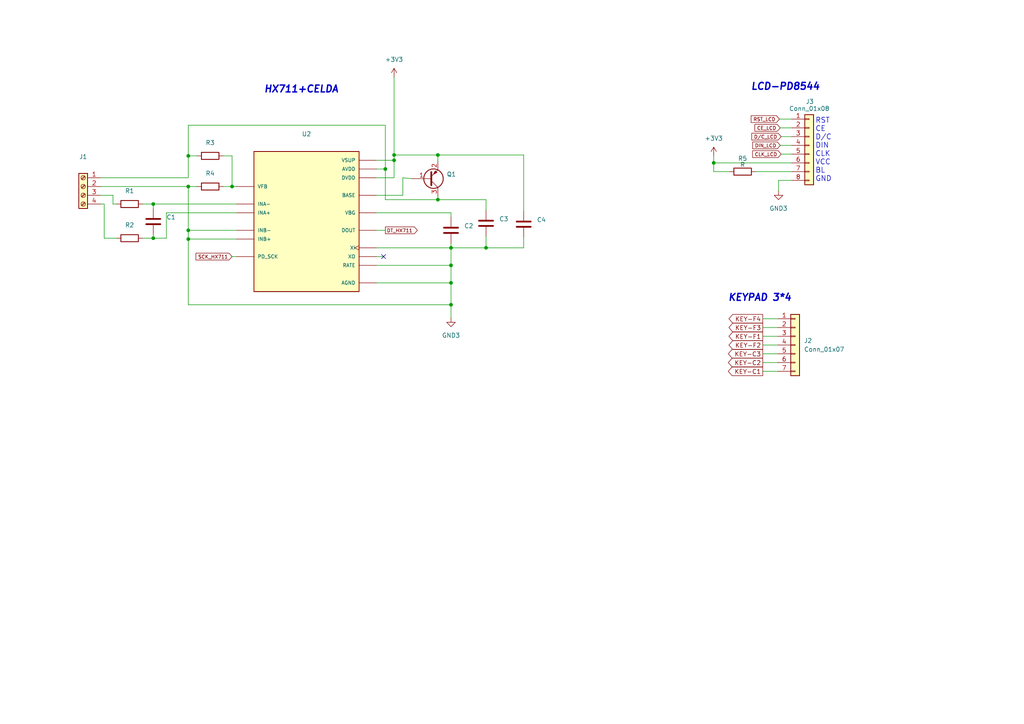
<source format=kicad_sch>
(kicad_sch (version 20211123) (generator eeschema)

  (uuid 6544a0bd-ffbd-452e-864d-571e9d25db30)

  (paper "A4")

  (title_block
    (title "Masterchefsito")
    (rev "v1")
    (company "Universidad Nacional de Colombia")
    (comment 1 "Camilo Rodriguez")
    (comment 2 "David Jimenez")
  )

  (lib_symbols
    (symbol "Connector:Screw_Terminal_01x04" (pin_names (offset 1.016) hide) (in_bom yes) (on_board yes)
      (property "Reference" "J" (id 0) (at 0 5.08 0)
        (effects (font (size 1.27 1.27)))
      )
      (property "Value" "Screw_Terminal_01x04" (id 1) (at 0 -7.62 0)
        (effects (font (size 1.27 1.27)))
      )
      (property "Footprint" "" (id 2) (at 0 0 0)
        (effects (font (size 1.27 1.27)) hide)
      )
      (property "Datasheet" "~" (id 3) (at 0 0 0)
        (effects (font (size 1.27 1.27)) hide)
      )
      (property "ki_keywords" "screw terminal" (id 4) (at 0 0 0)
        (effects (font (size 1.27 1.27)) hide)
      )
      (property "ki_description" "Generic screw terminal, single row, 01x04, script generated (kicad-library-utils/schlib/autogen/connector/)" (id 5) (at 0 0 0)
        (effects (font (size 1.27 1.27)) hide)
      )
      (property "ki_fp_filters" "TerminalBlock*:*" (id 6) (at 0 0 0)
        (effects (font (size 1.27 1.27)) hide)
      )
      (symbol "Screw_Terminal_01x04_1_1"
        (rectangle (start -1.27 3.81) (end 1.27 -6.35)
          (stroke (width 0.254) (type default) (color 0 0 0 0))
          (fill (type background))
        )
        (circle (center 0 -5.08) (radius 0.635)
          (stroke (width 0.1524) (type default) (color 0 0 0 0))
          (fill (type none))
        )
        (circle (center 0 -2.54) (radius 0.635)
          (stroke (width 0.1524) (type default) (color 0 0 0 0))
          (fill (type none))
        )
        (polyline
          (pts
            (xy -0.5334 -4.7498)
            (xy 0.3302 -5.588)
          )
          (stroke (width 0.1524) (type default) (color 0 0 0 0))
          (fill (type none))
        )
        (polyline
          (pts
            (xy -0.5334 -2.2098)
            (xy 0.3302 -3.048)
          )
          (stroke (width 0.1524) (type default) (color 0 0 0 0))
          (fill (type none))
        )
        (polyline
          (pts
            (xy -0.5334 0.3302)
            (xy 0.3302 -0.508)
          )
          (stroke (width 0.1524) (type default) (color 0 0 0 0))
          (fill (type none))
        )
        (polyline
          (pts
            (xy -0.5334 2.8702)
            (xy 0.3302 2.032)
          )
          (stroke (width 0.1524) (type default) (color 0 0 0 0))
          (fill (type none))
        )
        (polyline
          (pts
            (xy -0.3556 -4.572)
            (xy 0.508 -5.4102)
          )
          (stroke (width 0.1524) (type default) (color 0 0 0 0))
          (fill (type none))
        )
        (polyline
          (pts
            (xy -0.3556 -2.032)
            (xy 0.508 -2.8702)
          )
          (stroke (width 0.1524) (type default) (color 0 0 0 0))
          (fill (type none))
        )
        (polyline
          (pts
            (xy -0.3556 0.508)
            (xy 0.508 -0.3302)
          )
          (stroke (width 0.1524) (type default) (color 0 0 0 0))
          (fill (type none))
        )
        (polyline
          (pts
            (xy -0.3556 3.048)
            (xy 0.508 2.2098)
          )
          (stroke (width 0.1524) (type default) (color 0 0 0 0))
          (fill (type none))
        )
        (circle (center 0 0) (radius 0.635)
          (stroke (width 0.1524) (type default) (color 0 0 0 0))
          (fill (type none))
        )
        (circle (center 0 2.54) (radius 0.635)
          (stroke (width 0.1524) (type default) (color 0 0 0 0))
          (fill (type none))
        )
        (pin passive line (at -5.08 2.54 0) (length 3.81)
          (name "Pin_1" (effects (font (size 1.27 1.27))))
          (number "1" (effects (font (size 1.27 1.27))))
        )
        (pin passive line (at -5.08 0 0) (length 3.81)
          (name "Pin_2" (effects (font (size 1.27 1.27))))
          (number "2" (effects (font (size 1.27 1.27))))
        )
        (pin passive line (at -5.08 -2.54 0) (length 3.81)
          (name "Pin_3" (effects (font (size 1.27 1.27))))
          (number "3" (effects (font (size 1.27 1.27))))
        )
        (pin passive line (at -5.08 -5.08 0) (length 3.81)
          (name "Pin_4" (effects (font (size 1.27 1.27))))
          (number "4" (effects (font (size 1.27 1.27))))
        )
      )
    )
    (symbol "Connector_Generic:Conn_01x07" (pin_names (offset 1.016) hide) (in_bom yes) (on_board yes)
      (property "Reference" "J" (id 0) (at 0 10.16 0)
        (effects (font (size 1.27 1.27)))
      )
      (property "Value" "Conn_01x07" (id 1) (at 0 -10.16 0)
        (effects (font (size 1.27 1.27)))
      )
      (property "Footprint" "" (id 2) (at 0 0 0)
        (effects (font (size 1.27 1.27)) hide)
      )
      (property "Datasheet" "~" (id 3) (at 0 0 0)
        (effects (font (size 1.27 1.27)) hide)
      )
      (property "ki_keywords" "connector" (id 4) (at 0 0 0)
        (effects (font (size 1.27 1.27)) hide)
      )
      (property "ki_description" "Generic connector, single row, 01x07, script generated (kicad-library-utils/schlib/autogen/connector/)" (id 5) (at 0 0 0)
        (effects (font (size 1.27 1.27)) hide)
      )
      (property "ki_fp_filters" "Connector*:*_1x??_*" (id 6) (at 0 0 0)
        (effects (font (size 1.27 1.27)) hide)
      )
      (symbol "Conn_01x07_1_1"
        (rectangle (start -1.27 -7.493) (end 0 -7.747)
          (stroke (width 0.1524) (type default) (color 0 0 0 0))
          (fill (type none))
        )
        (rectangle (start -1.27 -4.953) (end 0 -5.207)
          (stroke (width 0.1524) (type default) (color 0 0 0 0))
          (fill (type none))
        )
        (rectangle (start -1.27 -2.413) (end 0 -2.667)
          (stroke (width 0.1524) (type default) (color 0 0 0 0))
          (fill (type none))
        )
        (rectangle (start -1.27 0.127) (end 0 -0.127)
          (stroke (width 0.1524) (type default) (color 0 0 0 0))
          (fill (type none))
        )
        (rectangle (start -1.27 2.667) (end 0 2.413)
          (stroke (width 0.1524) (type default) (color 0 0 0 0))
          (fill (type none))
        )
        (rectangle (start -1.27 5.207) (end 0 4.953)
          (stroke (width 0.1524) (type default) (color 0 0 0 0))
          (fill (type none))
        )
        (rectangle (start -1.27 7.747) (end 0 7.493)
          (stroke (width 0.1524) (type default) (color 0 0 0 0))
          (fill (type none))
        )
        (rectangle (start -1.27 8.89) (end 1.27 -8.89)
          (stroke (width 0.254) (type default) (color 0 0 0 0))
          (fill (type background))
        )
        (pin passive line (at -5.08 7.62 0) (length 3.81)
          (name "Pin_1" (effects (font (size 1.27 1.27))))
          (number "1" (effects (font (size 1.27 1.27))))
        )
        (pin passive line (at -5.08 5.08 0) (length 3.81)
          (name "Pin_2" (effects (font (size 1.27 1.27))))
          (number "2" (effects (font (size 1.27 1.27))))
        )
        (pin passive line (at -5.08 2.54 0) (length 3.81)
          (name "Pin_3" (effects (font (size 1.27 1.27))))
          (number "3" (effects (font (size 1.27 1.27))))
        )
        (pin passive line (at -5.08 0 0) (length 3.81)
          (name "Pin_4" (effects (font (size 1.27 1.27))))
          (number "4" (effects (font (size 1.27 1.27))))
        )
        (pin passive line (at -5.08 -2.54 0) (length 3.81)
          (name "Pin_5" (effects (font (size 1.27 1.27))))
          (number "5" (effects (font (size 1.27 1.27))))
        )
        (pin passive line (at -5.08 -5.08 0) (length 3.81)
          (name "Pin_6" (effects (font (size 1.27 1.27))))
          (number "6" (effects (font (size 1.27 1.27))))
        )
        (pin passive line (at -5.08 -7.62 0) (length 3.81)
          (name "Pin_7" (effects (font (size 1.27 1.27))))
          (number "7" (effects (font (size 1.27 1.27))))
        )
      )
    )
    (symbol "Connector_Generic:Conn_01x08" (pin_names (offset 1.016) hide) (in_bom yes) (on_board yes)
      (property "Reference" "J" (id 0) (at 0 10.16 0)
        (effects (font (size 1.27 1.27)))
      )
      (property "Value" "Conn_01x08" (id 1) (at 0 -12.7 0)
        (effects (font (size 1.27 1.27)))
      )
      (property "Footprint" "" (id 2) (at 0 0 0)
        (effects (font (size 1.27 1.27)) hide)
      )
      (property "Datasheet" "~" (id 3) (at 0 0 0)
        (effects (font (size 1.27 1.27)) hide)
      )
      (property "ki_keywords" "connector" (id 4) (at 0 0 0)
        (effects (font (size 1.27 1.27)) hide)
      )
      (property "ki_description" "Generic connector, single row, 01x08, script generated (kicad-library-utils/schlib/autogen/connector/)" (id 5) (at 0 0 0)
        (effects (font (size 1.27 1.27)) hide)
      )
      (property "ki_fp_filters" "Connector*:*_1x??_*" (id 6) (at 0 0 0)
        (effects (font (size 1.27 1.27)) hide)
      )
      (symbol "Conn_01x08_1_1"
        (rectangle (start -1.27 -10.033) (end 0 -10.287)
          (stroke (width 0.1524) (type default) (color 0 0 0 0))
          (fill (type none))
        )
        (rectangle (start -1.27 -7.493) (end 0 -7.747)
          (stroke (width 0.1524) (type default) (color 0 0 0 0))
          (fill (type none))
        )
        (rectangle (start -1.27 -4.953) (end 0 -5.207)
          (stroke (width 0.1524) (type default) (color 0 0 0 0))
          (fill (type none))
        )
        (rectangle (start -1.27 -2.413) (end 0 -2.667)
          (stroke (width 0.1524) (type default) (color 0 0 0 0))
          (fill (type none))
        )
        (rectangle (start -1.27 0.127) (end 0 -0.127)
          (stroke (width 0.1524) (type default) (color 0 0 0 0))
          (fill (type none))
        )
        (rectangle (start -1.27 2.667) (end 0 2.413)
          (stroke (width 0.1524) (type default) (color 0 0 0 0))
          (fill (type none))
        )
        (rectangle (start -1.27 5.207) (end 0 4.953)
          (stroke (width 0.1524) (type default) (color 0 0 0 0))
          (fill (type none))
        )
        (rectangle (start -1.27 7.747) (end 0 7.493)
          (stroke (width 0.1524) (type default) (color 0 0 0 0))
          (fill (type none))
        )
        (rectangle (start -1.27 8.89) (end 1.27 -11.43)
          (stroke (width 0.254) (type default) (color 0 0 0 0))
          (fill (type background))
        )
        (pin passive line (at -5.08 7.62 0) (length 3.81)
          (name "Pin_1" (effects (font (size 1.27 1.27))))
          (number "1" (effects (font (size 1.27 1.27))))
        )
        (pin passive line (at -5.08 5.08 0) (length 3.81)
          (name "Pin_2" (effects (font (size 1.27 1.27))))
          (number "2" (effects (font (size 1.27 1.27))))
        )
        (pin passive line (at -5.08 2.54 0) (length 3.81)
          (name "Pin_3" (effects (font (size 1.27 1.27))))
          (number "3" (effects (font (size 1.27 1.27))))
        )
        (pin passive line (at -5.08 0 0) (length 3.81)
          (name "Pin_4" (effects (font (size 1.27 1.27))))
          (number "4" (effects (font (size 1.27 1.27))))
        )
        (pin passive line (at -5.08 -2.54 0) (length 3.81)
          (name "Pin_5" (effects (font (size 1.27 1.27))))
          (number "5" (effects (font (size 1.27 1.27))))
        )
        (pin passive line (at -5.08 -5.08 0) (length 3.81)
          (name "Pin_6" (effects (font (size 1.27 1.27))))
          (number "6" (effects (font (size 1.27 1.27))))
        )
        (pin passive line (at -5.08 -7.62 0) (length 3.81)
          (name "Pin_7" (effects (font (size 1.27 1.27))))
          (number "7" (effects (font (size 1.27 1.27))))
        )
        (pin passive line (at -5.08 -10.16 0) (length 3.81)
          (name "Pin_8" (effects (font (size 1.27 1.27))))
          (number "8" (effects (font (size 1.27 1.27))))
        )
      )
    )
    (symbol "Device:C" (pin_numbers hide) (pin_names (offset 0.254)) (in_bom yes) (on_board yes)
      (property "Reference" "C" (id 0) (at 0.635 2.54 0)
        (effects (font (size 1.27 1.27)) (justify left))
      )
      (property "Value" "C" (id 1) (at 0.635 -2.54 0)
        (effects (font (size 1.27 1.27)) (justify left))
      )
      (property "Footprint" "" (id 2) (at 0.9652 -3.81 0)
        (effects (font (size 1.27 1.27)) hide)
      )
      (property "Datasheet" "~" (id 3) (at 0 0 0)
        (effects (font (size 1.27 1.27)) hide)
      )
      (property "ki_keywords" "cap capacitor" (id 4) (at 0 0 0)
        (effects (font (size 1.27 1.27)) hide)
      )
      (property "ki_description" "Unpolarized capacitor" (id 5) (at 0 0 0)
        (effects (font (size 1.27 1.27)) hide)
      )
      (property "ki_fp_filters" "C_*" (id 6) (at 0 0 0)
        (effects (font (size 1.27 1.27)) hide)
      )
      (symbol "C_0_1"
        (polyline
          (pts
            (xy -2.032 -0.762)
            (xy 2.032 -0.762)
          )
          (stroke (width 0.508) (type default) (color 0 0 0 0))
          (fill (type none))
        )
        (polyline
          (pts
            (xy -2.032 0.762)
            (xy 2.032 0.762)
          )
          (stroke (width 0.508) (type default) (color 0 0 0 0))
          (fill (type none))
        )
      )
      (symbol "C_1_1"
        (pin passive line (at 0 3.81 270) (length 2.794)
          (name "~" (effects (font (size 1.27 1.27))))
          (number "1" (effects (font (size 1.27 1.27))))
        )
        (pin passive line (at 0 -3.81 90) (length 2.794)
          (name "~" (effects (font (size 1.27 1.27))))
          (number "2" (effects (font (size 1.27 1.27))))
        )
      )
    )
    (symbol "Device:R" (pin_numbers hide) (pin_names (offset 0)) (in_bom yes) (on_board yes)
      (property "Reference" "R" (id 0) (at 2.032 0 90)
        (effects (font (size 1.27 1.27)))
      )
      (property "Value" "R" (id 1) (at 0 0 90)
        (effects (font (size 1.27 1.27)))
      )
      (property "Footprint" "" (id 2) (at -1.778 0 90)
        (effects (font (size 1.27 1.27)) hide)
      )
      (property "Datasheet" "~" (id 3) (at 0 0 0)
        (effects (font (size 1.27 1.27)) hide)
      )
      (property "ki_keywords" "R res resistor" (id 4) (at 0 0 0)
        (effects (font (size 1.27 1.27)) hide)
      )
      (property "ki_description" "Resistor" (id 5) (at 0 0 0)
        (effects (font (size 1.27 1.27)) hide)
      )
      (property "ki_fp_filters" "R_*" (id 6) (at 0 0 0)
        (effects (font (size 1.27 1.27)) hide)
      )
      (symbol "R_0_1"
        (rectangle (start -1.016 -2.54) (end 1.016 2.54)
          (stroke (width 0.254) (type default) (color 0 0 0 0))
          (fill (type none))
        )
      )
      (symbol "R_1_1"
        (pin passive line (at 0 3.81 270) (length 1.27)
          (name "~" (effects (font (size 1.27 1.27))))
          (number "1" (effects (font (size 1.27 1.27))))
        )
        (pin passive line (at 0 -3.81 90) (length 1.27)
          (name "~" (effects (font (size 1.27 1.27))))
          (number "2" (effects (font (size 1.27 1.27))))
        )
      )
    )
    (symbol "HX711:HX711" (pin_numbers hide) (pin_names (offset 1.016)) (in_bom yes) (on_board yes)
      (property "Reference" "U" (id 0) (at -15.24 22.86 0)
        (effects (font (size 1.27 1.27)) (justify left bottom))
      )
      (property "Value" "HX711" (id 1) (at -15.24 -25.4 0)
        (effects (font (size 1.27 1.27)) (justify left bottom))
      )
      (property "Footprint" "SOP127P600X180-16N" (id 2) (at 0 0 0)
        (effects (font (size 1.27 1.27)) (justify left bottom) hide)
      )
      (property "Datasheet" "" (id 3) (at 0 0 0)
        (effects (font (size 1.27 1.27)) (justify left bottom) hide)
      )
      (property "PARTREV" "V2.0" (id 4) (at 0 0 0)
        (effects (font (size 1.27 1.27)) (justify left bottom) hide)
      )
      (property "MAXIMUM_PACKAGE_HEIGHT" "1.8 mm" (id 5) (at 0 0 0)
        (effects (font (size 1.27 1.27)) (justify left bottom) hide)
      )
      (property "MANUFACTURER" "Avia Semiconductor" (id 6) (at 0 0 0)
        (effects (font (size 1.27 1.27)) (justify left bottom) hide)
      )
      (property "SNAPEDA_PN" "HX711" (id 7) (at 0 0 0)
        (effects (font (size 1.27 1.27)) (justify left bottom) hide)
      )
      (property "STANDARD" "IPC-7351B" (id 8) (at 0 0 0)
        (effects (font (size 1.27 1.27)) (justify left bottom) hide)
      )
      (property "ki_locked" "" (id 9) (at 0 0 0)
        (effects (font (size 1.27 1.27)))
      )
      (symbol "HX711_0_0"
        (rectangle (start -15.24 -20.32) (end 15.24 20.32)
          (stroke (width 0.254) (type default) (color 0 0 0 0))
          (fill (type background))
        )
        (pin power_in line (at 20.32 17.78 180) (length 5.08)
          (name "VSUP" (effects (font (size 1.016 1.016))))
          (number "1" (effects (font (size 1.016 1.016))))
        )
        (pin input line (at -20.32 -5.08 0) (length 5.08)
          (name "INB+" (effects (font (size 1.016 1.016))))
          (number "10" (effects (font (size 1.016 1.016))))
        )
        (pin input line (at -20.32 -10.16 0) (length 5.08)
          (name "PD_SCK" (effects (font (size 1.016 1.016))))
          (number "11" (effects (font (size 1.016 1.016))))
        )
        (pin output line (at 20.32 -2.54 180) (length 5.08)
          (name "DOUT" (effects (font (size 1.016 1.016))))
          (number "12" (effects (font (size 1.016 1.016))))
        )
        (pin output line (at 20.32 -10.16 180) (length 5.08)
          (name "XO" (effects (font (size 1.016 1.016))))
          (number "13" (effects (font (size 1.016 1.016))))
        )
        (pin input clock (at 20.32 -7.62 180) (length 5.08)
          (name "XI" (effects (font (size 1.016 1.016))))
          (number "14" (effects (font (size 1.016 1.016))))
        )
        (pin input line (at 20.32 -12.7 180) (length 5.08)
          (name "RATE" (effects (font (size 1.016 1.016))))
          (number "15" (effects (font (size 1.016 1.016))))
        )
        (pin power_in line (at 20.32 12.7 180) (length 5.08)
          (name "DVDD" (effects (font (size 1.016 1.016))))
          (number "16" (effects (font (size 1.016 1.016))))
        )
        (pin output line (at 20.32 7.62 180) (length 5.08)
          (name "BASE" (effects (font (size 1.016 1.016))))
          (number "2" (effects (font (size 1.016 1.016))))
        )
        (pin power_in line (at 20.32 15.24 180) (length 5.08)
          (name "AVDD" (effects (font (size 1.016 1.016))))
          (number "3" (effects (font (size 1.016 1.016))))
        )
        (pin input line (at -20.32 10.16 0) (length 5.08)
          (name "VFB" (effects (font (size 1.016 1.016))))
          (number "4" (effects (font (size 1.016 1.016))))
        )
        (pin power_in line (at 20.32 -17.78 180) (length 5.08)
          (name "AGND" (effects (font (size 1.016 1.016))))
          (number "5" (effects (font (size 1.016 1.016))))
        )
        (pin output line (at 20.32 2.54 180) (length 5.08)
          (name "VBG" (effects (font (size 1.016 1.016))))
          (number "6" (effects (font (size 1.016 1.016))))
        )
        (pin input line (at -20.32 5.08 0) (length 5.08)
          (name "INA-" (effects (font (size 1.016 1.016))))
          (number "7" (effects (font (size 1.016 1.016))))
        )
        (pin input line (at -20.32 2.54 0) (length 5.08)
          (name "INA+" (effects (font (size 1.016 1.016))))
          (number "8" (effects (font (size 1.016 1.016))))
        )
        (pin input line (at -20.32 -2.54 0) (length 5.08)
          (name "INB-" (effects (font (size 1.016 1.016))))
          (number "9" (effects (font (size 1.016 1.016))))
        )
      )
    )
    (symbol "Transistor_BJT:MMBT3906" (pin_names (offset 0) hide) (in_bom yes) (on_board yes)
      (property "Reference" "Q" (id 0) (at 5.08 1.905 0)
        (effects (font (size 1.27 1.27)) (justify left))
      )
      (property "Value" "MMBT3906" (id 1) (at 5.08 0 0)
        (effects (font (size 1.27 1.27)) (justify left))
      )
      (property "Footprint" "Package_TO_SOT_SMD:SOT-23" (id 2) (at 5.08 -1.905 0)
        (effects (font (size 1.27 1.27) italic) (justify left) hide)
      )
      (property "Datasheet" "https://www.onsemi.com/pub/Collateral/2N3906-D.PDF" (id 3) (at 0 0 0)
        (effects (font (size 1.27 1.27)) (justify left) hide)
      )
      (property "ki_keywords" "PNP Transistor" (id 4) (at 0 0 0)
        (effects (font (size 1.27 1.27)) hide)
      )
      (property "ki_description" "-0.2A Ic, -40V Vce, Small Signal PNP Transistor, SOT-23" (id 5) (at 0 0 0)
        (effects (font (size 1.27 1.27)) hide)
      )
      (property "ki_fp_filters" "SOT?23*" (id 6) (at 0 0 0)
        (effects (font (size 1.27 1.27)) hide)
      )
      (symbol "MMBT3906_0_1"
        (polyline
          (pts
            (xy 0.635 0.635)
            (xy 2.54 2.54)
          )
          (stroke (width 0) (type default) (color 0 0 0 0))
          (fill (type none))
        )
        (polyline
          (pts
            (xy 0.635 -0.635)
            (xy 2.54 -2.54)
            (xy 2.54 -2.54)
          )
          (stroke (width 0) (type default) (color 0 0 0 0))
          (fill (type none))
        )
        (polyline
          (pts
            (xy 0.635 1.905)
            (xy 0.635 -1.905)
            (xy 0.635 -1.905)
          )
          (stroke (width 0.508) (type default) (color 0 0 0 0))
          (fill (type none))
        )
        (polyline
          (pts
            (xy 2.286 -1.778)
            (xy 1.778 -2.286)
            (xy 1.27 -1.27)
            (xy 2.286 -1.778)
            (xy 2.286 -1.778)
          )
          (stroke (width 0) (type default) (color 0 0 0 0))
          (fill (type outline))
        )
        (circle (center 1.27 0) (radius 2.8194)
          (stroke (width 0.254) (type default) (color 0 0 0 0))
          (fill (type none))
        )
      )
      (symbol "MMBT3906_1_1"
        (pin input line (at -5.08 0 0) (length 5.715)
          (name "B" (effects (font (size 1.27 1.27))))
          (number "1" (effects (font (size 1.27 1.27))))
        )
        (pin passive line (at 2.54 -5.08 90) (length 2.54)
          (name "E" (effects (font (size 1.27 1.27))))
          (number "2" (effects (font (size 1.27 1.27))))
        )
        (pin passive line (at 2.54 5.08 270) (length 2.54)
          (name "C" (effects (font (size 1.27 1.27))))
          (number "3" (effects (font (size 1.27 1.27))))
        )
      )
    )
    (symbol "power:+3V3" (power) (pin_names (offset 0)) (in_bom yes) (on_board yes)
      (property "Reference" "#PWR" (id 0) (at 0 -3.81 0)
        (effects (font (size 1.27 1.27)) hide)
      )
      (property "Value" "+3V3" (id 1) (at 0 3.556 0)
        (effects (font (size 1.27 1.27)))
      )
      (property "Footprint" "" (id 2) (at 0 0 0)
        (effects (font (size 1.27 1.27)) hide)
      )
      (property "Datasheet" "" (id 3) (at 0 0 0)
        (effects (font (size 1.27 1.27)) hide)
      )
      (property "ki_keywords" "power-flag" (id 4) (at 0 0 0)
        (effects (font (size 1.27 1.27)) hide)
      )
      (property "ki_description" "Power symbol creates a global label with name \"+3V3\"" (id 5) (at 0 0 0)
        (effects (font (size 1.27 1.27)) hide)
      )
      (symbol "+3V3_0_1"
        (polyline
          (pts
            (xy -0.762 1.27)
            (xy 0 2.54)
          )
          (stroke (width 0) (type default) (color 0 0 0 0))
          (fill (type none))
        )
        (polyline
          (pts
            (xy 0 0)
            (xy 0 2.54)
          )
          (stroke (width 0) (type default) (color 0 0 0 0))
          (fill (type none))
        )
        (polyline
          (pts
            (xy 0 2.54)
            (xy 0.762 1.27)
          )
          (stroke (width 0) (type default) (color 0 0 0 0))
          (fill (type none))
        )
      )
      (symbol "+3V3_1_1"
        (pin power_in line (at 0 0 90) (length 0) hide
          (name "+3V3" (effects (font (size 1.27 1.27))))
          (number "1" (effects (font (size 1.27 1.27))))
        )
      )
    )
    (symbol "power:GND3" (power) (pin_names (offset 0)) (in_bom yes) (on_board yes)
      (property "Reference" "#PWR" (id 0) (at 0 -6.35 0)
        (effects (font (size 1.27 1.27)) hide)
      )
      (property "Value" "GND3" (id 1) (at 0 -3.81 0)
        (effects (font (size 1.27 1.27)))
      )
      (property "Footprint" "" (id 2) (at 0 0 0)
        (effects (font (size 1.27 1.27)) hide)
      )
      (property "Datasheet" "" (id 3) (at 0 0 0)
        (effects (font (size 1.27 1.27)) hide)
      )
      (property "ki_keywords" "power-flag" (id 4) (at 0 0 0)
        (effects (font (size 1.27 1.27)) hide)
      )
      (property "ki_description" "Power symbol creates a global label with name \"GND3\" , ground" (id 5) (at 0 0 0)
        (effects (font (size 1.27 1.27)) hide)
      )
      (symbol "GND3_0_1"
        (polyline
          (pts
            (xy 0 0)
            (xy 0 -1.27)
            (xy 1.27 -1.27)
            (xy 0 -2.54)
            (xy -1.27 -1.27)
            (xy 0 -1.27)
          )
          (stroke (width 0) (type default) (color 0 0 0 0))
          (fill (type none))
        )
      )
      (symbol "GND3_1_1"
        (pin power_in line (at 0 0 270) (length 0) hide
          (name "GND3" (effects (font (size 1.27 1.27))))
          (number "1" (effects (font (size 1.27 1.27))))
        )
      )
    )
  )

  (junction (at 67.31 54.102) (diameter 0) (color 0 0 0 0)
    (uuid 09941d4f-00ed-4262-adf4-7c7eadd39bdb)
  )
  (junction (at 127 44.958) (diameter 0) (color 0 0 0 0)
    (uuid 0ada56a0-5082-4fce-b74c-beb1b7c27c9f)
  )
  (junction (at 207.01 47.244) (diameter 0) (color 0 0 0 0)
    (uuid 0b5d022f-2a79-4159-9054-ccab6b8eceab)
  )
  (junction (at 130.81 82.042) (diameter 0) (color 0 0 0 0)
    (uuid 2cef992e-b46b-42c8-8893-ced719488072)
  )
  (junction (at 130.81 71.882) (diameter 0) (color 0 0 0 0)
    (uuid 45a8abf5-a0e5-463a-9b4e-498fb5e0a22e)
  )
  (junction (at 114.3 46.482) (diameter 0) (color 0 0 0 0)
    (uuid 5e192d92-a06a-48e3-9fd3-04752c593e36)
  )
  (junction (at 130.81 88.392) (diameter 0) (color 0 0 0 0)
    (uuid 6c105007-2304-4c9a-813d-563dd3ad878b)
  )
  (junction (at 114.3 44.958) (diameter 0) (color 0 0 0 0)
    (uuid 815b0674-1dc8-4e54-9390-deac5378734a)
  )
  (junction (at 54.61 45.212) (diameter 0) (color 0 0 0 0)
    (uuid 8dafc751-9ebe-4c02-9882-857c1d094480)
  )
  (junction (at 140.97 71.882) (diameter 0) (color 0 0 0 0)
    (uuid 9772b01c-743c-4df8-b567-502eab3600f2)
  )
  (junction (at 111.76 49.022) (diameter 0) (color 0 0 0 0)
    (uuid a079b20f-a477-4491-9b51-191fdee2b71a)
  )
  (junction (at 54.61 54.102) (diameter 0) (color 0 0 0 0)
    (uuid a7f8b603-38b0-41a2-a503-181f88fb55bd)
  )
  (junction (at 130.81 76.962) (diameter 0) (color 0 0 0 0)
    (uuid a973d35c-7bb9-4e70-befb-e0ea683963e9)
  )
  (junction (at 44.45 69.088) (diameter 0) (color 0 0 0 0)
    (uuid c4cd767a-e354-46c1-88a8-d95ebbe77f80)
  )
  (junction (at 127 57.912) (diameter 0) (color 0 0 0 0)
    (uuid d3eba1cd-f7f5-45b0-9166-2660e50e5f3c)
  )
  (junction (at 54.61 66.802) (diameter 0) (color 0 0 0 0)
    (uuid d62a26b2-552e-41d8-b387-ce070f3eb047)
  )
  (junction (at 54.61 69.342) (diameter 0) (color 0 0 0 0)
    (uuid d70f3f1c-7fc8-4815-aa52-f7321ffae048)
  )
  (junction (at 44.45 59.182) (diameter 0) (color 0 0 0 0)
    (uuid e79e6faf-a6a0-4167-ab0d-1be8001d88ab)
  )

  (no_connect (at 111.252 74.422) (uuid 3d2488a4-478c-4407-a2d8-bfd3d7e92a05))

  (wire (pts (xy 225.552 97.536) (xy 221.234 97.536))
    (stroke (width 0) (type default) (color 0 0 0 0))
    (uuid 05083456-b62c-4c81-a169-b9b739a3afc1)
  )
  (wire (pts (xy 29.21 56.642) (xy 32.766 56.642))
    (stroke (width 0) (type default) (color 0 0 0 0))
    (uuid 05633e9d-6eb1-4deb-b22c-a01025cffaee)
  )
  (wire (pts (xy 64.77 54.102) (xy 67.31 54.102))
    (stroke (width 0) (type default) (color 0 0 0 0))
    (uuid 08697682-6ed8-403e-9899-58ff63fce4b8)
  )
  (wire (pts (xy 226.314 37.084) (xy 229.616 37.084))
    (stroke (width 0) (type default) (color 0 0 0 0))
    (uuid 11f4c54a-a079-400e-afb3-59016c5dfcaf)
  )
  (wire (pts (xy 109.22 66.802) (xy 111.76 66.802))
    (stroke (width 0) (type default) (color 0 0 0 0))
    (uuid 12ddf4b6-8614-47e3-b37f-8acfe179c50c)
  )
  (wire (pts (xy 67.31 74.422) (xy 68.58 74.422))
    (stroke (width 0) (type default) (color 0 0 0 0))
    (uuid 15c65634-0155-497f-a7ed-a59be7e21a27)
  )
  (wire (pts (xy 226.314 42.164) (xy 229.616 42.164))
    (stroke (width 0) (type default) (color 0 0 0 0))
    (uuid 176c7316-09a0-4aa6-938a-b3d2f2ece84d)
  )
  (wire (pts (xy 207.01 49.784) (xy 211.582 49.784))
    (stroke (width 0) (type default) (color 0 0 0 0))
    (uuid 1dac2304-2e0a-4fdc-a216-220f2b60acd4)
  )
  (wire (pts (xy 44.45 59.182) (xy 68.58 59.182))
    (stroke (width 0) (type default) (color 0 0 0 0))
    (uuid 1e1b5d5a-c0c2-4b71-bc0e-ac709e3a3291)
  )
  (wire (pts (xy 130.81 61.722) (xy 130.81 62.992))
    (stroke (width 0) (type default) (color 0 0 0 0))
    (uuid 245f9f19-76d1-4798-bd7e-2541a48fab4c)
  )
  (wire (pts (xy 109.22 51.562) (xy 114.3 51.562))
    (stroke (width 0) (type default) (color 0 0 0 0))
    (uuid 295aae21-261c-4fcd-88cc-b1a9de263c15)
  )
  (wire (pts (xy 130.81 76.962) (xy 130.81 82.042))
    (stroke (width 0) (type default) (color 0 0 0 0))
    (uuid 2cab39d9-79cf-4e41-9cff-d41eb6bd998c)
  )
  (wire (pts (xy 64.77 45.212) (xy 67.31 45.212))
    (stroke (width 0) (type default) (color 0 0 0 0))
    (uuid 2ce28a47-bc21-4555-b1e0-d987000096a1)
  )
  (wire (pts (xy 151.892 44.958) (xy 127 44.958))
    (stroke (width 0) (type default) (color 0 0 0 0))
    (uuid 31785d8b-194e-4a1b-901d-a07f1babecfc)
  )
  (wire (pts (xy 67.31 45.212) (xy 67.31 54.102))
    (stroke (width 0) (type default) (color 0 0 0 0))
    (uuid 3221d8e5-e9b5-4cd6-8428-8130aa00644a)
  )
  (wire (pts (xy 111.252 74.422) (xy 109.22 74.422))
    (stroke (width 0) (type default) (color 0 0 0 0))
    (uuid 35b73a86-9414-4e93-ab55-f99445e1dee8)
  )
  (wire (pts (xy 54.61 66.802) (xy 68.58 66.802))
    (stroke (width 0) (type default) (color 0 0 0 0))
    (uuid 374cf120-53c1-4b76-bdaa-979485242cbc)
  )
  (wire (pts (xy 207.01 47.244) (xy 207.01 49.784))
    (stroke (width 0) (type default) (color 0 0 0 0))
    (uuid 3c6ddb33-2ec3-4a6b-a7a6-bb340b36ee81)
  )
  (wire (pts (xy 151.892 68.834) (xy 151.892 71.882))
    (stroke (width 0) (type default) (color 0 0 0 0))
    (uuid 3ce532ba-acef-4fca-a611-f7445e77f792)
  )
  (wire (pts (xy 140.97 60.96) (xy 140.97 57.912))
    (stroke (width 0) (type default) (color 0 0 0 0))
    (uuid 3dda40af-5b5a-429c-9102-363ee72b3b9c)
  )
  (wire (pts (xy 130.81 82.042) (xy 109.22 82.042))
    (stroke (width 0) (type default) (color 0 0 0 0))
    (uuid 42e0b495-41ea-4d67-a8a6-5ba79150377b)
  )
  (wire (pts (xy 225.552 107.696) (xy 221.234 107.696))
    (stroke (width 0) (type default) (color 0 0 0 0))
    (uuid 43f99585-fe87-4421-bb2d-d8373a84a416)
  )
  (wire (pts (xy 130.81 88.392) (xy 130.81 82.042))
    (stroke (width 0) (type default) (color 0 0 0 0))
    (uuid 4442ba42-cc62-47b6-a9d3-db36c66bfec7)
  )
  (wire (pts (xy 114.3 44.958) (xy 114.3 46.482))
    (stroke (width 0) (type default) (color 0 0 0 0))
    (uuid 47cbca13-6415-4e0b-9897-22fc8c7b66cb)
  )
  (wire (pts (xy 109.22 56.642) (xy 116.84 56.642))
    (stroke (width 0) (type default) (color 0 0 0 0))
    (uuid 48c7c81f-5e5f-418f-b690-880f5b3f5018)
  )
  (wire (pts (xy 140.97 68.58) (xy 140.97 71.882))
    (stroke (width 0) (type default) (color 0 0 0 0))
    (uuid 48cf9278-4c41-43c4-ab51-fc63b35a30d7)
  )
  (wire (pts (xy 48.26 61.722) (xy 48.26 69.088))
    (stroke (width 0) (type default) (color 0 0 0 0))
    (uuid 4b3aa735-0258-49fd-9564-4ee6499cd9a0)
  )
  (wire (pts (xy 109.22 71.882) (xy 130.81 71.882))
    (stroke (width 0) (type default) (color 0 0 0 0))
    (uuid 503b780a-5ac2-4ac3-b936-e6783b13b590)
  )
  (wire (pts (xy 29.21 54.102) (xy 54.61 54.102))
    (stroke (width 0) (type default) (color 0 0 0 0))
    (uuid 57b17581-aa98-430a-b261-98978a76ca66)
  )
  (wire (pts (xy 127 57.912) (xy 111.76 57.912))
    (stroke (width 0) (type default) (color 0 0 0 0))
    (uuid 58247d2b-cfe1-4d76-a8fe-d9173851dfc1)
  )
  (wire (pts (xy 207.01 45.212) (xy 207.01 47.244))
    (stroke (width 0) (type default) (color 0 0 0 0))
    (uuid 5d006bf2-5ee7-43d7-a4aa-507d08af3159)
  )
  (wire (pts (xy 41.402 69.088) (xy 44.45 69.088))
    (stroke (width 0) (type default) (color 0 0 0 0))
    (uuid 5db34682-9b18-4190-b74c-f49db64d8f75)
  )
  (wire (pts (xy 225.552 92.456) (xy 221.234 92.456))
    (stroke (width 0) (type default) (color 0 0 0 0))
    (uuid 5e1939e1-3236-47de-9619-47b2ae16beca)
  )
  (wire (pts (xy 54.61 66.802) (xy 54.61 69.342))
    (stroke (width 0) (type default) (color 0 0 0 0))
    (uuid 5f37ee7e-1313-4c73-be1a-97c1e81b48e1)
  )
  (wire (pts (xy 29.21 51.562) (xy 54.61 51.562))
    (stroke (width 0) (type default) (color 0 0 0 0))
    (uuid 63323c21-77d5-46c5-97bf-d30700e459af)
  )
  (wire (pts (xy 111.76 49.022) (xy 111.76 36.322))
    (stroke (width 0) (type default) (color 0 0 0 0))
    (uuid 65bb6ab6-a9ac-4edd-9e1b-753d3805ff7e)
  )
  (wire (pts (xy 44.45 59.182) (xy 44.45 60.452))
    (stroke (width 0) (type default) (color 0 0 0 0))
    (uuid 6a6b9459-dce7-41d3-b636-e4e8316819a9)
  )
  (wire (pts (xy 114.3 22.352) (xy 114.3 44.958))
    (stroke (width 0) (type default) (color 0 0 0 0))
    (uuid 6d9f83e1-d38d-4d5c-8a7b-05e85e6b459c)
  )
  (wire (pts (xy 130.81 70.612) (xy 130.81 71.882))
    (stroke (width 0) (type default) (color 0 0 0 0))
    (uuid 6ea8d3c1-745c-4d98-80ca-6f13fd985cd5)
  )
  (wire (pts (xy 44.45 69.088) (xy 48.26 69.088))
    (stroke (width 0) (type default) (color 0 0 0 0))
    (uuid 726190a1-94ee-494c-a13d-2d6dcd06f81e)
  )
  (wire (pts (xy 116.84 56.642) (xy 116.84 51.562))
    (stroke (width 0) (type default) (color 0 0 0 0))
    (uuid 73106169-77fc-49fa-be63-dd9be980b69d)
  )
  (wire (pts (xy 111.76 49.022) (xy 111.76 57.912))
    (stroke (width 0) (type default) (color 0 0 0 0))
    (uuid 770e5b47-66d5-4b42-b0b5-7478a48d3657)
  )
  (wire (pts (xy 127 56.896) (xy 127 57.912))
    (stroke (width 0) (type default) (color 0 0 0 0))
    (uuid 79b7cc8c-c309-4fb1-b6cf-e7d9e2b8c8b8)
  )
  (wire (pts (xy 67.31 54.102) (xy 68.58 54.102))
    (stroke (width 0) (type default) (color 0 0 0 0))
    (uuid 7ddb63a0-8dd9-41ab-8d05-f6a03488f40d)
  )
  (wire (pts (xy 127 46.736) (xy 127 44.958))
    (stroke (width 0) (type default) (color 0 0 0 0))
    (uuid 7e8770f3-98f3-4741-867f-76d949ae841a)
  )
  (wire (pts (xy 225.552 100.076) (xy 221.234 100.076))
    (stroke (width 0) (type default) (color 0 0 0 0))
    (uuid 7ef3fed5-8cc5-45c8-939e-bcbe823cfe4d)
  )
  (wire (pts (xy 54.61 88.392) (xy 130.81 88.392))
    (stroke (width 0) (type default) (color 0 0 0 0))
    (uuid 80c0de42-9836-45c6-aa0e-1306fc352518)
  )
  (wire (pts (xy 127 44.958) (xy 114.3 44.958))
    (stroke (width 0) (type default) (color 0 0 0 0))
    (uuid 81e2af1f-ee29-4cfa-9d63-ab54355efde1)
  )
  (wire (pts (xy 68.58 69.342) (xy 54.61 69.342))
    (stroke (width 0) (type default) (color 0 0 0 0))
    (uuid 8243b58e-6469-481a-8632-98626a63a5e7)
  )
  (wire (pts (xy 54.61 45.212) (xy 54.61 51.562))
    (stroke (width 0) (type default) (color 0 0 0 0))
    (uuid 84f7c88b-81da-4651-bd06-b013c4e906db)
  )
  (wire (pts (xy 226.06 34.544) (xy 229.616 34.544))
    (stroke (width 0) (type default) (color 0 0 0 0))
    (uuid 8b29c7ec-fb8b-4cda-a250-9f8af17416ab)
  )
  (wire (pts (xy 54.61 54.102) (xy 54.61 66.802))
    (stroke (width 0) (type default) (color 0 0 0 0))
    (uuid 8e347c71-c840-4ffa-846f-670514237c00)
  )
  (wire (pts (xy 151.892 71.882) (xy 140.97 71.882))
    (stroke (width 0) (type default) (color 0 0 0 0))
    (uuid 902b7683-2b37-424e-9582-7a5f8b257280)
  )
  (wire (pts (xy 151.892 61.214) (xy 151.892 44.958))
    (stroke (width 0) (type default) (color 0 0 0 0))
    (uuid 927b6ce3-d9cf-4e97-9c9f-4e48529cbb23)
  )
  (wire (pts (xy 130.81 88.392) (xy 130.81 92.202))
    (stroke (width 0) (type default) (color 0 0 0 0))
    (uuid 968cdb94-47cc-4034-af76-951ab1c54817)
  )
  (wire (pts (xy 109.22 76.962) (xy 130.81 76.962))
    (stroke (width 0) (type default) (color 0 0 0 0))
    (uuid 96e83c38-03a5-48de-a5fd-a29881790461)
  )
  (wire (pts (xy 207.01 47.244) (xy 229.616 47.244))
    (stroke (width 0) (type default) (color 0 0 0 0))
    (uuid 9aefbffb-cad3-4ec9-b5f9-fb306fefd1c0)
  )
  (wire (pts (xy 33.782 69.088) (xy 30.226 69.088))
    (stroke (width 0) (type default) (color 0 0 0 0))
    (uuid ab191c6a-a96d-4ed9-8c34-9334ca870cbe)
  )
  (wire (pts (xy 140.97 71.882) (xy 130.81 71.882))
    (stroke (width 0) (type default) (color 0 0 0 0))
    (uuid aef31c86-60af-4739-9271-b177ca1b02f5)
  )
  (wire (pts (xy 109.22 49.022) (xy 111.76 49.022))
    (stroke (width 0) (type default) (color 0 0 0 0))
    (uuid b148c944-ed41-41c7-88bc-1564f231d6ad)
  )
  (wire (pts (xy 225.806 52.324) (xy 225.806 55.372))
    (stroke (width 0) (type default) (color 0 0 0 0))
    (uuid b3f7e165-027f-4307-9cf9-6100eca114e3)
  )
  (wire (pts (xy 48.26 61.722) (xy 68.58 61.722))
    (stroke (width 0) (type default) (color 0 0 0 0))
    (uuid c2472521-03aa-4a92-8235-d06ade946163)
  )
  (wire (pts (xy 41.402 59.182) (xy 44.45 59.182))
    (stroke (width 0) (type default) (color 0 0 0 0))
    (uuid c7fd1210-5d36-44e3-ab61-db42f17fdae1)
  )
  (wire (pts (xy 57.15 54.102) (xy 54.61 54.102))
    (stroke (width 0) (type default) (color 0 0 0 0))
    (uuid cc2caa69-11b0-49e2-a62f-5e571613813c)
  )
  (wire (pts (xy 225.552 102.616) (xy 221.234 102.616))
    (stroke (width 0) (type default) (color 0 0 0 0))
    (uuid cc72301b-aff0-4a74-95b1-81c5b912bf00)
  )
  (wire (pts (xy 54.61 36.322) (xy 54.61 45.212))
    (stroke (width 0) (type default) (color 0 0 0 0))
    (uuid cd7a35d4-354f-4f9b-843b-fee929816040)
  )
  (wire (pts (xy 130.81 71.882) (xy 130.81 76.962))
    (stroke (width 0) (type default) (color 0 0 0 0))
    (uuid cdb1a91c-50d3-43ce-98ed-5199ff18dfa5)
  )
  (wire (pts (xy 33.782 59.182) (xy 32.766 59.182))
    (stroke (width 0) (type default) (color 0 0 0 0))
    (uuid d4c5e9d6-3bda-47ac-8808-31b04468e80b)
  )
  (wire (pts (xy 114.3 46.482) (xy 114.3 51.562))
    (stroke (width 0) (type default) (color 0 0 0 0))
    (uuid d6af6628-463a-43c4-af8e-dbf99711e621)
  )
  (wire (pts (xy 219.202 49.784) (xy 229.616 49.784))
    (stroke (width 0) (type default) (color 0 0 0 0))
    (uuid d7fd6402-e86d-42a1-aa35-f4f5631c9c35)
  )
  (wire (pts (xy 226.568 39.624) (xy 229.616 39.624))
    (stroke (width 0) (type default) (color 0 0 0 0))
    (uuid e1768160-bec8-49c4-bec5-5959a8a0700d)
  )
  (wire (pts (xy 29.21 59.182) (xy 30.226 59.182))
    (stroke (width 0) (type default) (color 0 0 0 0))
    (uuid e22e2a4a-bfca-452f-9b3a-2d1fc09976a9)
  )
  (wire (pts (xy 225.552 94.996) (xy 221.234 94.996))
    (stroke (width 0) (type default) (color 0 0 0 0))
    (uuid e4617c05-fd96-401e-931d-43c9b6194007)
  )
  (wire (pts (xy 54.61 69.342) (xy 54.61 88.392))
    (stroke (width 0) (type default) (color 0 0 0 0))
    (uuid e51c032f-5bbc-484c-ba9f-e50c9a8d4fe3)
  )
  (wire (pts (xy 140.97 57.912) (xy 127 57.912))
    (stroke (width 0) (type default) (color 0 0 0 0))
    (uuid e5cba7a0-707d-4c6c-b7e3-34c0e9c04c38)
  )
  (wire (pts (xy 109.22 46.482) (xy 114.3 46.482))
    (stroke (width 0) (type default) (color 0 0 0 0))
    (uuid ebf5db2b-09e8-4d29-8e74-f92159fd25eb)
  )
  (wire (pts (xy 229.616 52.324) (xy 225.806 52.324))
    (stroke (width 0) (type default) (color 0 0 0 0))
    (uuid ec0ae0a1-8834-42d4-ad53-3d89444b9089)
  )
  (wire (pts (xy 54.61 45.212) (xy 57.15 45.212))
    (stroke (width 0) (type default) (color 0 0 0 0))
    (uuid eead6a49-663c-4036-8308-37a869099dd6)
  )
  (wire (pts (xy 32.766 59.182) (xy 32.766 56.642))
    (stroke (width 0) (type default) (color 0 0 0 0))
    (uuid eedca919-ee9f-4616-a255-b1ce54cdda6d)
  )
  (wire (pts (xy 44.45 68.072) (xy 44.45 69.088))
    (stroke (width 0) (type default) (color 0 0 0 0))
    (uuid f2039d25-54f8-49f6-93a2-0bd18fffa14d)
  )
  (wire (pts (xy 226.568 44.704) (xy 229.616 44.704))
    (stroke (width 0) (type default) (color 0 0 0 0))
    (uuid f43b5dcc-3019-4d74-b957-87c60a81b691)
  )
  (wire (pts (xy 109.22 61.722) (xy 130.81 61.722))
    (stroke (width 0) (type default) (color 0 0 0 0))
    (uuid f5a148f0-44ee-482a-98ff-2948763db458)
  )
  (wire (pts (xy 116.84 51.562) (xy 119.38 51.816))
    (stroke (width 0) (type default) (color 0 0 0 0))
    (uuid fd16e863-956b-4a3b-9544-5e7e77322658)
  )
  (wire (pts (xy 111.76 36.322) (xy 54.61 36.322))
    (stroke (width 0) (type default) (color 0 0 0 0))
    (uuid fe33023e-ea10-4505-a8ba-476296ac6289)
  )
  (wire (pts (xy 225.552 105.156) (xy 221.234 105.156))
    (stroke (width 0) (type default) (color 0 0 0 0))
    (uuid ffc64085-b2f0-4e7c-8346-07457589e93c)
  )
  (wire (pts (xy 30.226 69.088) (xy 30.226 59.182))
    (stroke (width 0) (type default) (color 0 0 0 0))
    (uuid ffd5239b-abd7-4ab1-8d41-77feb6d61931)
  )

  (text "LCD-PD8544" (at 217.678 26.416 0)
    (effects (font (size 2 2) (thickness 0.4) bold italic) (justify left bottom))
    (uuid 337e419e-c5cb-491d-ae2a-f9d1222f8d44)
  )
  (text "RST\nCE\nD/C\nDIN\nCLK\nVCC\nBL\nGND" (at 236.474 52.832 0)
    (effects (font (size 1.5 1.5)) (justify left bottom))
    (uuid 55e3af74-38ba-4f29-8d79-492185154f93)
  )
  (text "HX711+CELDA" (at 76.454 27.178 0)
    (effects (font (size 2 2) (thickness 0.4) bold italic) (justify left bottom))
    (uuid ac147f2f-ce2d-4080-9080-321549ecf9b1)
  )
  (text "KEYPAD 3*4" (at 211.074 87.63 0)
    (effects (font (size 2 2) (thickness 0.4) bold italic) (justify left bottom))
    (uuid ee09d3d0-8a40-48cd-b90d-2ad918c19512)
  )

  (global_label "D{slash}C_LCD" (shape input) (at 226.568 39.624 180) (fields_autoplaced)
    (effects (font (size 1 1)) (justify right))
    (uuid 08f8db59-7c63-4c6a-804d-5fff5acfb382)
    (property "Intersheet References" "${INTERSHEET_REFS}" (id 0) (at 218.049 39.5615 0)
      (effects (font (size 1 1)) (justify right) hide)
    )
  )
  (global_label "KEY-F1" (shape output) (at 221.234 97.536 180) (fields_autoplaced)
    (effects (font (size 1.27 1.27)) (justify right))
    (uuid 27d56e67-f24b-4d23-8a17-b648a0b64559)
    (property "Intersheet References" "${INTERSHEET_REFS}" (id 0) (at 211.4428 97.4566 0)
      (effects (font (size 1.27 1.27)) (justify right) hide)
    )
  )
  (global_label "KEY-C2" (shape output) (at 221.234 105.156 180) (fields_autoplaced)
    (effects (font (size 1.27 1.27)) (justify right))
    (uuid 35b0c24e-275e-462f-9c30-0f355c4ea181)
    (property "Intersheet References" "${INTERSHEET_REFS}" (id 0) (at 211.2614 105.0766 0)
      (effects (font (size 1.27 1.27)) (justify right) hide)
    )
  )
  (global_label "DIN_LCD" (shape input) (at 226.314 42.164 180) (fields_autoplaced)
    (effects (font (size 1 1)) (justify right))
    (uuid 39c1db7a-85df-4199-b03e-fea629f04944)
    (property "Intersheet References" "${INTERSHEET_REFS}" (id 0) (at 218.3188 42.1015 0)
      (effects (font (size 1 1)) (justify right) hide)
    )
  )
  (global_label "KEY-C1" (shape output) (at 221.234 107.696 180) (fields_autoplaced)
    (effects (font (size 1.27 1.27)) (justify right))
    (uuid 45d93a45-858a-466e-a746-9b650d581f34)
    (property "Intersheet References" "${INTERSHEET_REFS}" (id 0) (at 211.2614 107.6166 0)
      (effects (font (size 1.27 1.27)) (justify right) hide)
    )
  )
  (global_label "CLK_LCD" (shape input) (at 226.568 44.704 180) (fields_autoplaced)
    (effects (font (size 1 1)) (justify right))
    (uuid 56734e41-ab0f-441b-9c3c-fc1291679d57)
    (property "Intersheet References" "${INTERSHEET_REFS}" (id 0) (at 218.287 44.6415 0)
      (effects (font (size 1 1)) (justify right) hide)
    )
  )
  (global_label "KEY-F2" (shape output) (at 221.234 100.076 180) (fields_autoplaced)
    (effects (font (size 1.27 1.27)) (justify right))
    (uuid 5f631b4a-812d-4d8d-8251-20a604424136)
    (property "Intersheet References" "${INTERSHEET_REFS}" (id 0) (at 211.4428 99.9966 0)
      (effects (font (size 1.27 1.27)) (justify right) hide)
    )
  )
  (global_label "KEY-C3" (shape output) (at 221.234 102.616 180) (fields_autoplaced)
    (effects (font (size 1.27 1.27)) (justify right))
    (uuid 8e245a73-2e47-4710-a411-287336429c10)
    (property "Intersheet References" "${INTERSHEET_REFS}" (id 0) (at 211.2614 102.5366 0)
      (effects (font (size 1.27 1.27)) (justify right) hide)
    )
  )
  (global_label "KEY-F3" (shape output) (at 221.234 94.996 180) (fields_autoplaced)
    (effects (font (size 1.27 1.27)) (justify right))
    (uuid 9ca20456-a2e6-4c62-93b7-84a531be9ef5)
    (property "Intersheet References" "${INTERSHEET_REFS}" (id 0) (at 211.4428 94.9166 0)
      (effects (font (size 1.27 1.27)) (justify right) hide)
    )
  )
  (global_label "RST_LCD" (shape input) (at 226.06 34.544 180) (fields_autoplaced)
    (effects (font (size 1 1)) (justify right))
    (uuid 9f6f88ba-df81-4198-b211-252c74f5fe32)
    (property "Intersheet References" "${INTERSHEET_REFS}" (id 0) (at 217.8743 34.4815 0)
      (effects (font (size 1 1)) (justify right) hide)
    )
  )
  (global_label "KEY-F4" (shape output) (at 221.234 92.456 180) (fields_autoplaced)
    (effects (font (size 1.27 1.27)) (justify right))
    (uuid a7b8280b-10d5-401a-8946-b33573dfc7d1)
    (property "Intersheet References" "${INTERSHEET_REFS}" (id 0) (at 211.4428 92.3766 0)
      (effects (font (size 1.27 1.27)) (justify right) hide)
    )
  )
  (global_label "DT_HX711" (shape output) (at 111.76 66.802 0) (fields_autoplaced)
    (effects (font (size 1 1)) (justify left))
    (uuid ab4448ea-507e-4aca-8481-2b127766f179)
    (property "Intersheet References" "${INTERSHEET_REFS}" (id 0) (at 121.041 66.7395 0)
      (effects (font (size 1 1)) (justify left) hide)
    )
  )
  (global_label "CE_LCD" (shape input) (at 226.314 37.084 180) (fields_autoplaced)
    (effects (font (size 1 1)) (justify right))
    (uuid daeb1424-cfd6-489c-a206-70f1eb90abb2)
    (property "Intersheet References" "${INTERSHEET_REFS}" (id 0) (at 218.9378 37.0215 0)
      (effects (font (size 1 1)) (justify right) hide)
    )
  )
  (global_label "SCK_HX711" (shape input) (at 67.31 74.422 180) (fields_autoplaced)
    (effects (font (size 1 1)) (justify right))
    (uuid eccefb71-57aa-4caf-88e2-abd0bc5ddbbe)
    (property "Intersheet References" "${INTERSHEET_REFS}" (id 0) (at 56.8386 74.3595 0)
      (effects (font (size 1 1)) (justify right) hide)
    )
  )

  (symbol (lib_id "power:GND3") (at 130.81 92.202 0) (unit 1)
    (in_bom yes) (on_board yes) (fields_autoplaced)
    (uuid 19b58c1a-50fc-46b7-9f8f-317c7b5e6cff)
    (property "Reference" "#PWR04" (id 0) (at 130.81 98.552 0)
      (effects (font (size 1.27 1.27)) hide)
    )
    (property "Value" "" (id 1) (at 130.81 97.282 0))
    (property "Footprint" "" (id 2) (at 130.81 92.202 0)
      (effects (font (size 1.27 1.27)) hide)
    )
    (property "Datasheet" "" (id 3) (at 130.81 92.202 0)
      (effects (font (size 1.27 1.27)) hide)
    )
    (pin "1" (uuid c5f04a8c-44e9-4898-9822-7b76337b889f))
  )

  (symbol (lib_id "Device:R") (at 37.592 69.088 270) (mirror x) (unit 1)
    (in_bom yes) (on_board yes)
    (uuid 1a417331-cdf2-479f-8548-d02b1c4dd364)
    (property "Reference" "R2" (id 0) (at 37.592 65.278 90))
    (property "Value" "" (id 1) (at 37.592 66.548 90))
    (property "Footprint" "" (id 2) (at 37.592 70.866 90)
      (effects (font (size 1.27 1.27)) hide)
    )
    (property "Datasheet" "~" (id 3) (at 37.592 69.088 0)
      (effects (font (size 1.27 1.27)) hide)
    )
    (pin "1" (uuid 78aaa056-ef2a-4aec-9147-135921c3f193))
    (pin "2" (uuid 766e7d56-eb74-47fa-9e9d-e155e7c98e45))
  )

  (symbol (lib_id "power:+3V3") (at 114.3 22.352 0) (unit 1)
    (in_bom yes) (on_board yes) (fields_autoplaced)
    (uuid 3410633a-ceef-4504-8850-87d995f775a3)
    (property "Reference" "#PWR03" (id 0) (at 114.3 26.162 0)
      (effects (font (size 1.27 1.27)) hide)
    )
    (property "Value" "" (id 1) (at 114.3 17.272 0))
    (property "Footprint" "" (id 2) (at 114.3 22.352 0)
      (effects (font (size 1.27 1.27)) hide)
    )
    (property "Datasheet" "" (id 3) (at 114.3 22.352 0)
      (effects (font (size 1.27 1.27)) hide)
    )
    (pin "1" (uuid 91fb7a2c-3c12-46d6-9acc-21f64af73e05))
  )

  (symbol (lib_id "Device:R") (at 60.96 45.212 270) (unit 1)
    (in_bom yes) (on_board yes)
    (uuid 3a93cf8a-7548-4743-8fbd-e74b9849930b)
    (property "Reference" "R3" (id 0) (at 60.96 41.402 90))
    (property "Value" "" (id 1) (at 60.96 42.672 90))
    (property "Footprint" "" (id 2) (at 60.96 43.434 90)
      (effects (font (size 1.27 1.27)) hide)
    )
    (property "Datasheet" "~" (id 3) (at 60.96 45.212 0)
      (effects (font (size 1.27 1.27)) hide)
    )
    (pin "1" (uuid 26e2cb01-5490-4748-a2a4-4db115aba2d2))
    (pin "2" (uuid ae437c95-36bc-48de-9db6-6b954de31c86))
  )

  (symbol (lib_id "Connector:Screw_Terminal_01x04") (at 24.13 54.102 0) (mirror y) (unit 1)
    (in_bom yes) (on_board yes) (fields_autoplaced)
    (uuid 44e3725d-64c5-40f5-a0dc-19bfff816fe6)
    (property "Reference" "J1" (id 0) (at 24.13 45.466 0))
    (property "Value" "" (id 1) (at 24.13 48.006 0))
    (property "Footprint" "" (id 2) (at 24.13 54.102 0)
      (effects (font (size 1.27 1.27)) hide)
    )
    (property "Datasheet" "~" (id 3) (at 24.13 54.102 0)
      (effects (font (size 1.27 1.27)) hide)
    )
    (pin "1" (uuid f00c41a9-74dd-47d1-aaa4-94e3fff3d73b))
    (pin "2" (uuid 5827ac19-4307-4fd1-b94c-28fd7c015dcc))
    (pin "3" (uuid a649d8f8-63f4-4f6f-bc12-ce561e2872a2))
    (pin "4" (uuid 05ef6b58-c7d4-4d95-ae09-58c8aa0c0651))
  )

  (symbol (lib_id "power:GND3") (at 225.806 55.372 0) (unit 1)
    (in_bom yes) (on_board yes) (fields_autoplaced)
    (uuid 4dede6b9-af9c-433e-a995-487c573f6676)
    (property "Reference" "#PWR0102" (id 0) (at 225.806 61.722 0)
      (effects (font (size 1.27 1.27)) hide)
    )
    (property "Value" "GND3" (id 1) (at 225.806 60.452 0))
    (property "Footprint" "" (id 2) (at 225.806 55.372 0)
      (effects (font (size 1.27 1.27)) hide)
    )
    (property "Datasheet" "" (id 3) (at 225.806 55.372 0)
      (effects (font (size 1.27 1.27)) hide)
    )
    (pin "1" (uuid 28bce92e-63f2-4c62-bc93-0a3f89c1e443))
  )

  (symbol (lib_id "Transistor_BJT:MMBT3906") (at 124.46 51.816 0) (mirror x) (unit 1)
    (in_bom yes) (on_board yes) (fields_autoplaced)
    (uuid 4f87bbd3-9daf-435b-be45-907a9dd6b47a)
    (property "Reference" "Q1" (id 0) (at 129.54 50.5459 0)
      (effects (font (size 1.27 1.27)) (justify left))
    )
    (property "Value" "" (id 1) (at 129.54 53.0859 0)
      (effects (font (size 1.27 1.27)) (justify left))
    )
    (property "Footprint" "" (id 2) (at 129.54 49.911 0)
      (effects (font (size 1.27 1.27) italic) (justify left) hide)
    )
    (property "Datasheet" "https://www.onsemi.com/pub/Collateral/2N3906-D.PDF" (id 3) (at 124.46 51.816 0)
      (effects (font (size 1.27 1.27)) (justify left) hide)
    )
    (pin "1" (uuid 3b3fea20-495b-4c2d-8334-401c57df0d89))
    (pin "2" (uuid 2a89ecb5-4cf6-42b1-bce8-f6fd5c597160))
    (pin "3" (uuid 7596a33e-8e1f-438f-9750-ed8185e1b393))
  )

  (symbol (lib_id "Device:R") (at 60.96 54.102 270) (unit 1)
    (in_bom yes) (on_board yes)
    (uuid 4f9c8501-ef70-491d-9c5f-8dbc23e0dcde)
    (property "Reference" "R4" (id 0) (at 60.96 50.292 90))
    (property "Value" "" (id 1) (at 60.96 51.562 90))
    (property "Footprint" "" (id 2) (at 60.96 52.324 90)
      (effects (font (size 1.27 1.27)) hide)
    )
    (property "Datasheet" "~" (id 3) (at 60.96 54.102 0)
      (effects (font (size 1.27 1.27)) hide)
    )
    (pin "1" (uuid 369f2263-ab44-4229-8ec2-369b637172fe))
    (pin "2" (uuid 00613624-4a34-4490-a417-8b90310e28b6))
  )

  (symbol (lib_id "Device:C") (at 151.892 65.024 0) (unit 1)
    (in_bom yes) (on_board yes) (fields_autoplaced)
    (uuid 4fa4095f-7555-4602-a28e-4f5196bd59f8)
    (property "Reference" "C4" (id 0) (at 155.702 63.7539 0)
      (effects (font (size 1.27 1.27)) (justify left))
    )
    (property "Value" "" (id 1) (at 155.702 66.2939 0)
      (effects (font (size 1.27 1.27)) (justify left))
    )
    (property "Footprint" "" (id 2) (at 152.8572 68.834 0)
      (effects (font (size 1.27 1.27)) hide)
    )
    (property "Datasheet" "~" (id 3) (at 151.892 65.024 0)
      (effects (font (size 1.27 1.27)) hide)
    )
    (pin "1" (uuid 96a4954b-7f8a-4d97-b618-c32e980b3cce))
    (pin "2" (uuid 002e5128-ec49-4e31-94b0-0dda98a645f9))
  )

  (symbol (lib_id "Device:C") (at 44.45 64.262 0) (unit 1)
    (in_bom yes) (on_board yes) (fields_autoplaced)
    (uuid 5550e554-b257-407a-b53d-85e7fe4e1668)
    (property "Reference" "C1" (id 0) (at 48.26 62.9919 0)
      (effects (font (size 1.27 1.27)) (justify left))
    )
    (property "Value" "" (id 1) (at 48.26 65.5319 0)
      (effects (font (size 1.27 1.27)) (justify left))
    )
    (property "Footprint" "" (id 2) (at 45.4152 68.072 0)
      (effects (font (size 1.27 1.27)) hide)
    )
    (property "Datasheet" "~" (id 3) (at 44.45 64.262 0)
      (effects (font (size 1.27 1.27)) hide)
    )
    (pin "1" (uuid 9f745ff7-23b4-42f7-bb2c-457773b2aa89))
    (pin "2" (uuid d747e979-b784-400f-a0e1-f2af511aa06f))
  )

  (symbol (lib_id "Device:R") (at 215.392 49.784 90) (unit 1)
    (in_bom yes) (on_board yes)
    (uuid 620d1411-4a18-4b2c-bcc6-d2a20711d151)
    (property "Reference" "R5" (id 0) (at 215.392 45.974 90))
    (property "Value" "R" (id 1) (at 215.392 47.752 90))
    (property "Footprint" "Resistor_SMD:R_0201_0603Metric_Pad0.64x0.40mm_HandSolder" (id 2) (at 215.392 51.562 90)
      (effects (font (size 1.27 1.27)) hide)
    )
    (property "Datasheet" "~" (id 3) (at 215.392 49.784 0)
      (effects (font (size 1.27 1.27)) hide)
    )
    (pin "1" (uuid 1c862948-06dc-432b-8f54-b80e1db251f3))
    (pin "2" (uuid df58e192-149d-43b1-acd3-267971c3ef85))
  )

  (symbol (lib_id "Connector_Generic:Conn_01x08") (at 234.696 42.164 0) (unit 1)
    (in_bom yes) (on_board yes)
    (uuid 8781c62c-9aeb-4a53-94eb-e0f24a525db2)
    (property "Reference" "J3" (id 0) (at 233.68 29.464 0)
      (effects (font (size 1.27 1.27)) (justify left))
    )
    (property "Value" "Conn_01x08" (id 1) (at 228.854 31.496 0)
      (effects (font (size 1.27 1.27)) (justify left))
    )
    (property "Footprint" "Display:Adafruit_SSD1306" (id 2) (at 234.696 42.164 0)
      (effects (font (size 1.27 1.27)) hide)
    )
    (property "Datasheet" "~" (id 3) (at 234.696 42.164 0)
      (effects (font (size 1.27 1.27)) hide)
    )
    (pin "1" (uuid f0f2b8b2-fca6-4b1c-b9c6-75a45460696f))
    (pin "2" (uuid a441bc9b-98d0-4203-8279-29fc121fbb8a))
    (pin "3" (uuid 857d0b45-6f93-4208-b1db-1c5f5d29b25e))
    (pin "4" (uuid ff787119-e63e-476d-8d33-7342735071de))
    (pin "5" (uuid 4bcd78d9-e69a-463a-b08e-047a53d2f432))
    (pin "6" (uuid 8a4c27f7-43cd-4e0b-842f-48585e2476df))
    (pin "7" (uuid 1c33fd2d-2301-4b93-b9b2-a7277d0ac738))
    (pin "8" (uuid 6a0291f2-001d-4b94-8d3f-12e494ef5e48))
  )

  (symbol (lib_id "Connector_Generic:Conn_01x07") (at 230.632 100.076 0) (unit 1)
    (in_bom yes) (on_board yes) (fields_autoplaced)
    (uuid 8ef5b43c-b0dd-4686-a931-ee81dffe1c27)
    (property "Reference" "J2" (id 0) (at 233.172 98.8059 0)
      (effects (font (size 1.27 1.27)) (justify left))
    )
    (property "Value" "Conn_01x07" (id 1) (at 233.172 101.3459 0)
      (effects (font (size 1.27 1.27)) (justify left))
    )
    (property "Footprint" "TerminalBlock_4Ucon:TerminalBlock_4Ucon_1x07_P3.50mm_Horizontal" (id 2) (at 230.632 100.076 0)
      (effects (font (size 1.27 1.27)) hide)
    )
    (property "Datasheet" "~" (id 3) (at 230.632 100.076 0)
      (effects (font (size 1.27 1.27)) hide)
    )
    (pin "1" (uuid d7091c10-08a7-4fe6-b20b-7237033adc10))
    (pin "2" (uuid 5397c88e-eda7-4195-9645-f8dc50d29d0e))
    (pin "3" (uuid 494c09c7-2d8d-4a2b-a955-e97c42338ad9))
    (pin "4" (uuid d4c11cf9-8b0c-41c9-b9a1-28e2c1946983))
    (pin "5" (uuid cdd19b02-174d-40fa-8094-4c497878cd33))
    (pin "6" (uuid c0641c5c-eec1-4c91-a822-6f5ff0bd020b))
    (pin "7" (uuid 0830e950-fd50-4d73-80db-6439a996786c))
  )

  (symbol (lib_id "Device:R") (at 37.592 59.182 270) (unit 1)
    (in_bom yes) (on_board yes)
    (uuid 8fac41ae-06a3-4a5f-9bcc-c880f2079bcb)
    (property "Reference" "R1" (id 0) (at 37.592 55.372 90))
    (property "Value" "" (id 1) (at 37.592 56.642 90))
    (property "Footprint" "" (id 2) (at 37.592 57.404 90)
      (effects (font (size 1.27 1.27)) hide)
    )
    (property "Datasheet" "~" (id 3) (at 37.592 59.182 0)
      (effects (font (size 1.27 1.27)) hide)
    )
    (pin "1" (uuid a3c23d8f-cdd7-4534-b7d9-76c1d8ea61c2))
    (pin "2" (uuid 74a4fd06-e78a-4ff0-804a-720415854443))
  )

  (symbol (lib_id "power:+3V3") (at 207.01 45.212 0) (unit 1)
    (in_bom yes) (on_board yes) (fields_autoplaced)
    (uuid 9eb240a1-7852-426c-8784-2981205650e5)
    (property "Reference" "#PWR0101" (id 0) (at 207.01 49.022 0)
      (effects (font (size 1.27 1.27)) hide)
    )
    (property "Value" "+3V3" (id 1) (at 207.01 40.132 0))
    (property "Footprint" "" (id 2) (at 207.01 45.212 0)
      (effects (font (size 1.27 1.27)) hide)
    )
    (property "Datasheet" "" (id 3) (at 207.01 45.212 0)
      (effects (font (size 1.27 1.27)) hide)
    )
    (pin "1" (uuid bf779729-08a1-48a9-a92e-80a00e102430))
  )

  (symbol (lib_id "Device:C") (at 130.81 66.802 0) (unit 1)
    (in_bom yes) (on_board yes) (fields_autoplaced)
    (uuid a211a880-307f-422d-8a77-1e269c8d579b)
    (property "Reference" "C2" (id 0) (at 134.62 65.5319 0)
      (effects (font (size 1.27 1.27)) (justify left))
    )
    (property "Value" "" (id 1) (at 134.62 68.0719 0)
      (effects (font (size 1.27 1.27)) (justify left))
    )
    (property "Footprint" "" (id 2) (at 131.7752 70.612 0)
      (effects (font (size 1.27 1.27)) hide)
    )
    (property "Datasheet" "~" (id 3) (at 130.81 66.802 0)
      (effects (font (size 1.27 1.27)) hide)
    )
    (pin "1" (uuid 0136d5c2-88c4-4b7e-800c-5b5c4a5c697c))
    (pin "2" (uuid 2e6613d1-e6f9-48f8-ae44-ca1b36597b63))
  )

  (symbol (lib_id "Device:C") (at 140.97 64.77 0) (unit 1)
    (in_bom yes) (on_board yes) (fields_autoplaced)
    (uuid acefee04-3798-45bb-b3aa-3e4e5f8d946e)
    (property "Reference" "C3" (id 0) (at 144.78 63.4999 0)
      (effects (font (size 1.27 1.27)) (justify left))
    )
    (property "Value" "" (id 1) (at 144.78 66.0399 0)
      (effects (font (size 1.27 1.27)) (justify left))
    )
    (property "Footprint" "" (id 2) (at 141.9352 68.58 0)
      (effects (font (size 1.27 1.27)) hide)
    )
    (property "Datasheet" "~" (id 3) (at 140.97 64.77 0)
      (effects (font (size 1.27 1.27)) hide)
    )
    (pin "1" (uuid bde2f38a-e2cf-41e8-abac-0ef27a8506f0))
    (pin "2" (uuid a02b1845-d60b-4e08-b947-6fcd11cb6233))
  )

  (symbol (lib_id "HX711:HX711") (at 88.9 64.262 0) (unit 1)
    (in_bom yes) (on_board yes) (fields_autoplaced)
    (uuid fa406c26-6f4a-41df-9455-9f4bea31f518)
    (property "Reference" "U2" (id 0) (at 88.9 38.862 0))
    (property "Value" "" (id 1) (at 88.9 41.402 0))
    (property "Footprint" "" (id 2) (at 88.9 64.262 0)
      (effects (font (size 1.27 1.27)) (justify left bottom) hide)
    )
    (property "Datasheet" "" (id 3) (at 88.9 64.262 0)
      (effects (font (size 1.27 1.27)) (justify left bottom) hide)
    )
    (property "PARTREV" "V2.0" (id 4) (at 88.9 64.262 0)
      (effects (font (size 1.27 1.27)) (justify left bottom) hide)
    )
    (property "MAXIMUM_PACKAGE_HEIGHT" "1.8 mm" (id 5) (at 88.9 64.262 0)
      (effects (font (size 1.27 1.27)) (justify left bottom) hide)
    )
    (property "MANUFACTURER" "Avia Semiconductor" (id 6) (at 88.9 64.262 0)
      (effects (font (size 1.27 1.27)) (justify left bottom) hide)
    )
    (property "SNAPEDA_PN" "HX711" (id 7) (at 88.9 64.262 0)
      (effects (font (size 1.27 1.27)) (justify left bottom) hide)
    )
    (property "STANDARD" "IPC-7351B" (id 8) (at 88.9 64.262 0)
      (effects (font (size 1.27 1.27)) (justify left bottom) hide)
    )
    (pin "1" (uuid e1e4a924-4cfe-4acb-9c49-3a224ae66371))
    (pin "10" (uuid 2c6c988b-84dc-4f20-b590-cf97e82cbbe2))
    (pin "11" (uuid 066f816b-0b73-4af0-aee6-165bb1b52996))
    (pin "12" (uuid 70054a32-e1f6-4afa-9d30-3735e885b6ca))
    (pin "13" (uuid 32f296eb-174a-41ea-9abc-5e47bae04124))
    (pin "14" (uuid 73d0b73e-9c51-4a0a-8429-85b92a25c9f3))
    (pin "15" (uuid 99f57d28-62dd-4564-bb67-ce1d1078d360))
    (pin "16" (uuid bcf8e71d-74ef-4c9a-af80-d688529c8f1b))
    (pin "2" (uuid 7020d0e4-bbe1-4e4c-b85e-dc03770ce19a))
    (pin "3" (uuid 97f58ac8-e3da-4d9e-a456-0e7be932a0bc))
    (pin "4" (uuid ec204479-a380-473f-9c29-90b212d9a609))
    (pin "5" (uuid d72b138d-e22d-46ea-b23f-16c0afeac141))
    (pin "6" (uuid d3436250-bb87-4f1a-a2c4-468624994ec1))
    (pin "7" (uuid 4c05bfde-31ec-4f4c-befa-77f1d8d182d9))
    (pin "8" (uuid b861858b-5fe5-4890-bf0b-8fa4ff4b6131))
    (pin "9" (uuid 0f75b33a-8bc2-4dab-b40e-3302ef6d4bc1))
  )
)

</source>
